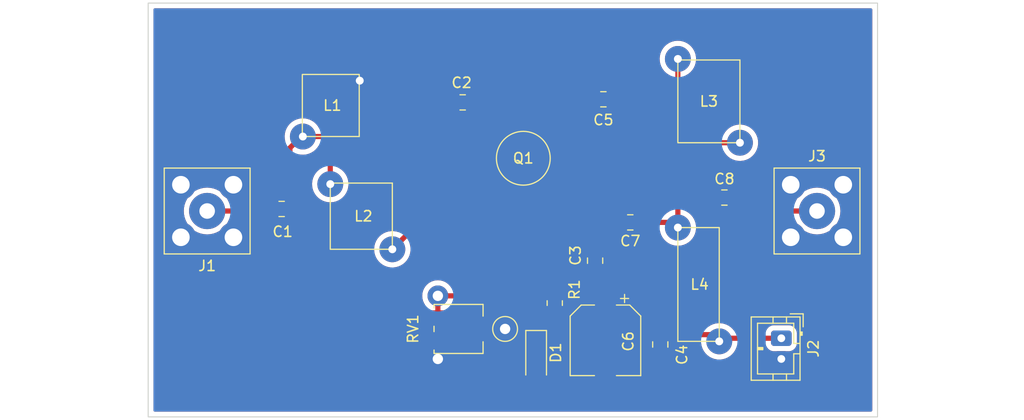
<source format=kicad_pcb>
(kicad_pcb (version 20211014) (generator pcbnew)
  (layers (0 "F.Cu" signal) (31 "B.Cu" signal) (34 "B.Paste" user) (35 "F.Paste" user) (36 "B.SilkS" user "B.Silkscreen") (37 "F.SilkS" user "F.Silkscreen") (38 "B.Mask" user) (39 "F.Mask" user) (44 "Edge.Cuts" user))
  (net 0 "")
  (net 1 "Net-(C1-Pad1)")
  (net 2 "Net-(C1-Pad2)")
  (net 3 "Net-(C2-Pad1)")
  (net 4 "GND")
  (net 5 "Net-(C3-Pad1)")
  (net 6 "+12V")
  (net 7 "Net-(C5-Pad1)")
  (net 8 "Net-(C7-Pad1)")
  (net 9 "Net-(C8-Pad2)")
  (footprint "Capacitor_SMD:C_0805_2012Metric" (layer "F.Cu") (at 159.7 77.2 180)
    (fp_text reference "C5" (at 0 -2) (layer "F.SilkS"))
    (fp_text value "3.9pF")
    (fp_line (start -0.261252 -0.735) (end 0.261252 -0.735) (layer "F.SilkS") (width 0.12))
    (fp_line (start -0.261252 0.735) (end 0.261252 0.735) (layer "F.SilkS") (width 0.12))
    (pad "1" smd roundrect (at -0.95 0 180) (size 1 1.45) (layers "F.Cu" "F.Paste" "F.Mask") (net 7 "Net-(C5-Pad1)"))
    (pad "2" smd roundrect (at 0.95 0 180) (size 1 1.45) (layers "F.Cu" "F.Paste" "F.Mask") (net 4 "GND"))
  )
  (footprint "Connector_Coaxial:SMA_Amphenol_132203-12_Horizontal" (layer "F.Cu") (at 180.35 88 -90)
    (fp_text reference "J3" (at -5.3 0) (layer "F.SilkS"))
    (fp_text value "Conn_01x02_Female")
    (fp_line (start -4.15 -4.15) (end -4.15 4.15) (layer "F.SilkS") (width 0.12))
    (fp_line (start -4.15 4.15) (end 4.15 4.15) (layer "F.SilkS") (width 0.12))
    (fp_line (start 4.15 -4.15) (end 4.15 4.15) (layer "F.SilkS") (width 0.12))
    (fp_line (start -4.15 -4.15) (end 4.15 -4.15) (layer "F.SilkS") (width 0.12))
    (pad "1" thru_hole circle (at 0 0 270) (size 3.5 3.5) (drill 1.5) (layers *.Cu *.Mask) (net 9 "Net-(C8-Pad2)"))
    (pad "2" thru_hole circle (at 2.54 2.54) (size 2.9 2.9) (drill 1.7) (layers *.Cu *.Mask) (net 4 "GND"))
    (pad "2" thru_hole circle (at -2.54 2.54 270) (size 2.9 2.9) (drill 1.7) (layers *.Cu *.Mask) (net 4 "GND"))
    (pad "2" thru_hole circle (at -2.54 -2.54 270) (size 2.9 2.9) (drill 1.7) (layers *.Cu *.Mask) (net 4 "GND"))
    (pad "2" thru_hole circle (at 2.54 -2.54 270) (size 2.9 2.9) (drill 1.7) (layers *.Cu *.Mask) (net 4 "GND"))
  )
  (footprint "Resistor_SMD:R_0805_2012Metric" (layer "F.Cu") (at 155 96.9 90)
    (fp_text reference "R1" (at 1.3 1.9 90) (layer "F.SilkS"))
    (fp_text value "220k")
    (fp_line (start -0.227064 0.735) (end 0.227064 0.735) (layer "F.SilkS") (width 0.12))
    (fp_line (start -0.227064 -0.735) (end 0.227064 -0.735) (layer "F.SilkS") (width 0.12))
    (pad "1" smd roundrect (at -0.9125 0 90) (size 1.025 1.4) (layers "F.Cu" "F.Paste" "F.Mask") (roundrect_rratio 0.243902439) (net 6 "+12V"))
    (pad "2" smd roundrect (at 0.9125 0 90) (size 1.025 1.4) (layers "F.Cu" "F.Paste" "F.Mask") (roundrect_rratio 0.243902439) (net 5 "Net-(C3-Pad1)"))
  )
  (footprint "Induktor_cewki:inductor_horizontal_6mm_5.5" (layer "F.Cu") (at 133.35 77.8 180)
    (fp_text reference "L1" (at -0.15 0 unlocked) (layer "F.SilkS"))
    (fp_text value "40nH")
    (fp_rect (start -2.75 -3) (end 2.75 3) (layer "F.SilkS") (width 0.12) (fill none))
    (pad "1" thru_hole circle (at -2.8 2.4 180) (size 2.5 2.5) (drill 0.762) (layers *.Cu *.Mask) (net 4 "GND"))
    (pad "2" thru_hole circle (at 2.7 -3 180) (size 2.5 2.5) (drill 0.762) (layers *.Cu *.Mask) (net 2 "Net-(C1-Pad2)"))
  )
  (footprint "Package_SMT_TO:TO-50_Long_Pad_SMT" (layer "F.Cu") (at 151.96 83.1)
    (fp_text reference "Q1" (at 0 -0.2 unlocked) (layer "F.SilkS"))
    (fp_text value "BF_964S")
    (fp_circle (center 0 -0.2) (end 0 -2.8) (layer "F.SilkS") (width 0.12) (fill none))
    (pad "1" smd rect (at 8.2 -0.2 270) (size 1.5 10) (layers "F.Cu" "F.Paste" "F.Mask") (net 7 "Net-(C5-Pad1)"))
    (pad "2" smd rect (at 0 -7 270) (size 7 1.5) (layers "F.Cu" "F.Paste" "F.Mask") (net 4 "GND"))
    (pad "3" smd rect (at -6.8 -0.2 270) (size 1.5 7) (layers "F.Cu" "F.Paste" "F.Mask") (net 3 "Net-(C2-Pad1)"))
    (pad "4" smd rect (at 0 6.6 270) (size 7 1.5) (layers "F.Cu" "F.Paste" "F.Mask") (net 5 "Net-(C3-Pad1)"))
  )
  (footprint "Capacitor_SMD:C_0805_2012Metric" (layer "F.Cu") (at 171.4 86.7)
    (fp_text reference "C8" (at 0 -1.8) (layer "F.SilkS"))
    (fp_text value "1nF")
    (fp_line (start -0.261252 0.735) (end 0.261252 0.735) (layer "F.SilkS") (width 0.12))
    (fp_line (start -0.261252 -0.735) (end 0.261252 -0.735) (layer "F.SilkS") (width 0.12))
    (pad "1" smd roundrect (at -0.95 0) (size 1 1.45) (layers "F.Cu" "F.Paste" "F.Mask") (net 8 "Net-(C7-Pad1)"))
    (pad "2" smd roundrect (at 0.95 0) (size 1 1.45) (layers "F.Cu" "F.Paste" "F.Mask") (net 9 "Net-(C8-Pad2)"))
  )
  (footprint "Capacitor_SMD:CP_Elec_6.3x5.9" (layer "F.Cu") (at 159.9 100.5 -90)
    (fp_text reference "C6" (at 0.1 -2.2 -90) (layer "F.SilkS"))
    (fp_text value "47uF")
    (fp_line (start -4.04375 -2.24125) (end -4.04375 -1.45375) (layer "F.SilkS") (width 0.12))
    (fp_line (start -3.41 -2.345563) (end -3.41 -1.06) (layer "F.SilkS") (width 0.12))
    (fp_line (start -2.345563 -3.41) (end 3.41 -3.41) (layer "F.SilkS") (width 0.12))
    (fp_line (start -4.4375 -1.8475) (end -3.65 -1.8475) (layer "F.SilkS") (width 0.12))
    (fp_line (start 3.41 3.41) (end 3.41 1.06) (layer "F.SilkS") (width 0.12))
    (fp_line (start 3.41 -3.41) (end 3.41 -1.06) (layer "F.SilkS") (width 0.12))
    (fp_line (start -3.41 -2.345563) (end -2.345563 -3.41) (layer "F.SilkS") (width 0.12))
    (fp_line (start -2.345563 3.41) (end 3.41 3.41) (layer "F.SilkS") (width 0.12))
    (fp_line (start -3.41 2.345563) (end -2.345563 3.41) (layer "F.SilkS") (width 0.12))
    (fp_line (start -3.41 2.345563) (end -3.41 1.06) (layer "F.SilkS") (width 0.12))
    (pad "1" smd roundrect (at -2.8 0 270) (size 3.5 1.6) (layers "F.Cu" "F.Paste" "F.Mask") (roundrect_rratio 0.15625) (net 6 "+12V"))
    (pad "2" smd roundrect (at 2.8 0 270) (size 3.5 1.6) (layers "F.Cu" "F.Paste" "F.Mask") (roundrect_rratio 0.15625) (net 4 "GND"))
  )
  (footprint "Induktor_cewki:inductor_horizontal_6mm_6.4mm" (layer "F.Cu") (at 136.3 88.5 -90)
    (fp_text reference "L2" (at 0 -0.2 unlocked) (layer "F.SilkS"))
    (fp_text value "60nH")
    (fp_rect (start -3.2 -3) (end 3.2 3) (layer "F.SilkS") (width 0.12) (fill none))
    (pad "1" thru_hole circle (at -3.1 3 270) (size 2.5 2.5) (drill 0.762) (layers *.Cu *.Mask) (net 2 "Net-(C1-Pad2)"))
    (pad "2" thru_hole circle (at 3.2 -3 270) (size 2.5 2.5) (drill 0.762) (layers *.Cu *.Mask) (net 3 "Net-(C2-Pad1)"))
  )
  (footprint "Connector_JST:JST_PH_B2B-PH-K_1x02_P2.00mm_Vertical" (layer "F.Cu") (at 176.9 100.3 -90)
    (fp_text reference "J2" (at 1 -3.1 90) (layer "F.SilkS"))
    (fp_text value "Conn_01x02_Male")
    (fp_line (start 1.5 -1.2) (end 1.5 -1.81) (layer "F.SilkS") (width 0.12))
    (fp_line (start -1.45 2.3) (end 3.45 2.3) (layer "F.SilkS") (width 0.12))
    (fp_line (start 4.06 -1.81) (end -2.06 -1.81) (layer "F.SilkS") (width 0.12))
    (fp_line (start -1.45 -1.2) (end -1.45 2.3) (layer "F.SilkS") (width 0.12))
    (fp_line (start 4.06 0.8) (end 3.45 0.8) (layer "F.SilkS") (width 0.12))
    (fp_line (start 1 2.3) (end 1 1.8) (layer "F.SilkS") (width 0.12))
    (fp_line (start 4.06 2.91) (end 4.06 -1.81) (layer "F.SilkS") (width 0.12))
    (fp_line (start -0.3 -1.81) (end -0.3 -2.01) (layer "F.SilkS") (width 0.12))
    (fp_line (start -2.06 0.8) (end -1.45 0.8) (layer "F.SilkS") (width 0.12))
    (fp_line (start 0.5 -1.2) (end -1.45 -1.2) (layer "F.SilkS") (width 0.12))
    (fp_line (start -0.6 -2.01) (end -0.6 -1.81) (layer "F.SilkS") (width 0.12))
    (fp_line (start 1.1 1.8) (end 1.1 2.3) (layer "F.SilkS") (width 0.12))
    (fp_line (start -2.06 -1.81) (end -2.06 2.91) (layer "F.SilkS") (width 0.12))
    (fp_line (start -2.36 -2.11) (end -2.36 -0.86) (layer "F.SilkS") (width 0.12))
    (fp_line (start 0.9 1.8) (end 1.1 1.8) (layer "F.SilkS") (width 0.12))
    (fp_line (start -1.11 -2.11) (end -2.36 -2.11) (layer "F.SilkS") (width 0.12))
    (fp_line (start 0.5 -1.81) (end 0.5 -1.2) (layer "F.SilkS") (width 0.12))
    (fp_line (start 3.45 -1.2) (end 1.5 -1.2) (layer "F.SilkS") (width 0.12))
    (fp_line (start -2.06 -0.5) (end -1.45 -0.5) (layer "F.SilkS") (width 0.12))
    (fp_line (start -2.06 2.91) (end 4.06 2.91) (layer "F.SilkS") (width 0.12))
    (fp_line (start 3.45 2.3) (end 3.45 -1.2) (layer "F.SilkS") (width 0.12))
    (fp_line (start -0.3 -2.01) (end -0.6 -2.01) (layer "F.SilkS") (width 0.12))
    (fp_line (start -0.3 -1.91) (end -0.6 -1.91) (layer "F.SilkS") (width 0.12))
    (fp_line (start 0.9 2.3) (end 0.9 1.8) (layer "F.SilkS") (width 0.12))
    (fp_line (start 4.06 -0.5) (end 3.45 -0.5) (layer "F.SilkS") (width 0.12))
    (pad "1" thru_hole roundrect (at 0 0 270) (size 1.5 2) (drill 0.75) (layers *.Cu *.Mask) (roundrect_rratio 0.2083333333) (net 6 "+12V"))
    (pad "2" thru_hole oval (at 2 0 270) (size 1.5 2) (drill 0.75) (layers *.Cu *.Mask) (net 4 "GND"))
  )
  (footprint "Connector_Coaxial:SMA_Amphenol_132203-12_Horizontal" (layer "F.Cu") (at 121.4 88 90)
    (fp_text reference "J1" (at -5.3 0) (layer "F.SilkS"))
    (fp_text value "Conn_01x02_Female")
    (fp_line (start -4.15 -4.15) (end 4.15 -4.15) (layer "F.SilkS") (width 0.12))
    (fp_line (start -4.15 -4.15) (end -4.15 4.15) (layer "F.SilkS") (width 0.12))
    (fp_line (start -4.15 4.15) (end 4.15 4.15) (layer "F.SilkS") (width 0.12))
    (fp_line (start 4.15 -4.15) (end 4.15 4.15) (layer "F.SilkS") (width 0.12))
    (pad "1" thru_hole circle (at 0 0 90) (size 3.5 3.5) (drill 1.5) (layers *.Cu *.Mask) (net 1 "Net-(C1-Pad1)"))
    (pad "2" thru_hole circle (at 2.54 -2.54 90) (size 2.9 2.9) (drill 1.7) (layers *.Cu *.Mask) (net 4 "GND"))
    (pad "2" thru_hole circle (at 2.54 2.54 180) (size 2.9 2.9) (drill 1.7) (layers *.Cu *.Mask) (net 4 "GND"))
    (pad "2" thru_hole circle (at -2.54 -2.54 90) (size 2.9 2.9) (drill 1.7) (layers *.Cu *.Mask) (net 4 "GND"))
    (pad "2" thru_hole circle (at -2.54 2.54 90) (size 2.9 2.9) (drill 1.7) (layers *.Cu *.Mask) (net 4 "GND"))
  )
  (footprint "Capacitor_SMD:C_0805_2012Metric" (layer "F.Cu") (at 146.1 77.5)
    (fp_text reference "C2" (at -0.1 -1.9) (layer "F.SilkS"))
    (fp_text value "4.7pF")
    (fp_line (start -0.261252 -0.735) (end 0.261252 -0.735) (layer "F.SilkS") (width 0.12))
    (fp_line (start -0.261252 0.735) (end 0.261252 0.735) (layer "F.SilkS") (width 0.12))
    (pad "1" smd roundrect (at -0.95 0) (size 1 1.45) (layers "F.Cu" "F.Paste" "F.Mask") (net 3 "Net-(C2-Pad1)"))
    (pad "2" smd roundrect (at 0.95 0) (size 1 1.45) (layers "F.Cu" "F.Paste" "F.Mask") (net 4 "GND"))
  )
  (footprint "Capacitor_SMD:C_0805_2012Metric" (layer "F.Cu") (at 165.2 100.9 -90)
    (fp_text reference "C4" (at 1 -2.1 90) (layer "F.SilkS"))
    (fp_text value "1nF")
    (fp_line (start -0.261252 0.735) (end 0.261252 0.735) (layer "F.SilkS") (width 0.12))
    (fp_line (start -0.261252 -0.735) (end 0.261252 -0.735) (layer "F.SilkS") (width 0.12))
    (pad "1" smd roundrect (at -0.95 0 270) (size 1 1.45) (layers "F.Cu" "F.Paste" "F.Mask") (net 6 "+12V"))
    (pad "2" smd roundrect (at 0.95 0 270) (size 1 1.45) (layers "F.Cu" "F.Paste" "F.Mask") (net 4 "GND"))
  )
  (footprint "TestPoint:TestPoint_THTPad_D2.0mm_Drill1.0mm" (layer "F.Cu") (at 150.2 99.4)
    (fp_text reference "REF**" hide)
    (fp_text value "TestPoint_THTPad_D2.0mm_Drill1.0mm")
    (fp_circle (center 0 0) (end 0 1.2) (layer "F.SilkS") (width 0.12) (fill none))
    (pad "1" thru_hole circle (at 0 0) (size 2 2) (drill 1) (layers *.Cu *.Mask) (net 4 "GND"))
  )
  (footprint "" (layer "F.Cu") (at 143.7 96.2)
    (fp_text reference "" (at 0 0) (layer "F.SilkS") (effects (font (size 1.27 1.27))))
    (fp_text value "" (at 0 0) (layer "F.SilkS") (effects (font (size 1.27 1.27))))
    (pad "1" thru_hole circle (at 0 0) (size 2 2) (drill 1) (layers *.Cu *.Mask) (net 5 "Net-(C3-Pad1)"))
  )
  (footprint "Capacitor_SMD:C_0805_2012Metric" (layer "F.Cu") (at 158.9 92.8 90)
    (fp_text reference "C3" (at 0.5 -1.9 90) (layer "F.SilkS"))
    (fp_text value "1nF")
    (fp_line (start -0.261252 0.735) (end 0.261252 0.735) (layer "F.SilkS") (width 0.12))
    (fp_line (start -0.261252 -0.735) (end 0.261252 -0.735) (layer "F.SilkS") (width 0.12))
    (pad "1" smd roundrect (at -0.95 0 90) (size 1 1.45) (layers "F.Cu" "F.Paste" "F.Mask") (net 5 "Net-(C3-Pad1)"))
    (pad "2" smd roundrect (at 0.95 0 90) (size 1 1.45) (layers "F.Cu" "F.Paste" "F.Mask") (net 4 "GND"))
  )
  (footprint "Induktor_cewki:inductor_horizontal_4mm_11mm" (layer "F.Cu") (at 168.9 95.1 90)
    (fp_text reference "L4" (at 0 0.1 unlocked) (layer "F.SilkS"))
    (fp_text value "200nH")
    (fp_rect (start -5.5 -2) (end 5.5 2) (layer "F.SilkS") (width 0.12) (fill none))
    (pad "1" thru_hole circle (at -5.5 2 90) (size 2.5 2.5) (drill 0.762) (layers *.Cu *.Mask) (net 6 "+12V"))
    (pad "2" thru_hole circle (at 5.5 -2 90) (size 2.5 2.5) (drill 0.762) (layers *.Cu *.Mask) (net 8 "Net-(C7-Pad1)"))
  )
  (footprint "Capacitor_SMD:C_0805_2012Metric" (layer "F.Cu") (at 162.3 89.1 180)
    (fp_text reference "C7" (at 0 -1.8) (layer "F.SilkS"))
    (fp_text value "22pF")
    (fp_line (start -0.261252 0.735) (end 0.261252 0.735) (layer "F.SilkS") (width 0.12))
    (fp_line (start -0.261252 -0.735) (end 0.261252 -0.735) (layer "F.SilkS") (width 0.12))
    (pad "1" smd roundrect (at -0.95 0 180) (size 1 1.45) (layers "F.Cu" "F.Paste" "F.Mask") (net 8 "Net-(C7-Pad1)"))
    (pad "2" smd roundrect (at 0.95 0 180) (size 1 1.45) (layers "F.Cu" "F.Paste" "F.Mask") (net 4 "GND"))
  )
  (footprint "Diode_SMD:D_MiniMELF" (layer "F.Cu") (at 153.2 102.1 -90)
    (fp_text reference "D1" (at -0.4 -1.9 90) (layer "F.SilkS"))
    (fp_text value "BZV55-C15,115")
    (fp_line (start -2.55 -1) (end -2.55 1) (layer "F.SilkS") (width 0.12))
    (fp_line (start 1.75 -1) (end -2.55 -1) (layer "F.SilkS") (width 0.12))
    (fp_line (start -2.55 1) (end 1.75 1) (layer "F.SilkS") (width 0.12))
    (pad "1" smd rect (at -1.75 0 270) (size 1.3 1.7) (layers "F.Cu" "F.Paste" "F.Mask") (net 6 "+12V"))
    (pad "2" smd rect (at 1.75 0 270) (size 1.3 1.7) (layers "F.Cu" "F.Paste" "F.Mask") (net 4 "GND"))
  )
  (footprint "Capacitor_SMD:C_0805_2012Metric" (layer "F.Cu") (at 128.6 87.8)
    (fp_text reference "C1" (at 0.1 2.2) (layer "F.SilkS"))
    (fp_text value "22pF")
    (fp_line (start -0.261252 0.735) (end 0.261252 0.735) (layer "F.SilkS") (width 0.12))
    (fp_line (start -0.261252 -0.735) (end 0.261252 -0.735) (layer "F.SilkS") (width 0.12))
    (pad "1" smd roundrect (at -0.95 0) (size 1 1.45) (layers "F.Cu" "F.Paste" "F.Mask") (net 1 "Net-(C1-Pad1)"))
    (pad "2" smd roundrect (at 0.95 0) (size 1 1.45) (layers "F.Cu" "F.Paste" "F.Mask") (net 2 "Net-(C1-Pad2)"))
  )
  (footprint "Potentiometer_SMD:Potentiometer_Bourns_3314J_Vertical" (layer "F.Cu") (at 145.7 99.4 90)
    (fp_text reference "RV1" (at 0 -4.4 90) (layer "F.SilkS"))
    (fp_text value "100k")
    (fp_line (start 2.04 -2.37) (end 2.37 -2.37) (layer "F.SilkS") (width 0.12))
    (fp_line (start 2.37 -2.37) (end 2.37 2.37) (layer "F.SilkS") (width 0.12))
    (fp_line (start -0.259 -2.37) (end 0.26 -2.37) (layer "F.SilkS") (width 0.12))
    (fp_line (start 1.24 2.37) (end 2.37 2.37) (layer "F.SilkS") (width 0.12))
    (fp_line (start -2.37 2.37) (end -1.24 2.37) (layer "F.SilkS") (width 0.12))
    (fp_line (start -2.37 -2.37) (end -2.039 -2.37) (layer "F.SilkS") (width 0.12))
    (fp_line (start -2.37 -2.37) (end -2.37 2.37) (layer "F.SilkS") (width 0.12))
    (pad "1" smd rect (at 1.15 -2 90) (size 1.3 2) (layers "F.Cu" "F.Paste" "F.Mask") (net 5 "Net-(C3-Pad1)"))
    (pad "2" smd rect (at 0 2 90) (size 2 2) (layers "F.Cu" "F.Paste" "F.Mask") (net 4 "GND"))
    (pad "3" smd rect (at -1.15 -2 90) (size 1.3 2) (layers "F.Cu" "F.Paste" "F.Mask") (net 4 "GND"))
  )
  (footprint "" (layer "F.Cu") (at 143.7 102.3)
    (fp_text reference "" (at 0 0) (layer "F.SilkS") (effects (font (size 1.27 1.27))))
    (fp_text value "" (at 0 0) (layer "F.SilkS") (effects (font (size 1.27 1.27))))
    (pad "1" thru_hole circle (at 0 0) (size 2 2) (drill 1) (layers *.Cu *.Mask) (net 4 "GND"))
  )
  (footprint "Induktor_cewki:inductor_horizontal_6mm_8mm" (layer "F.Cu") (at 169.9 77.4 -90)
    (fp_text reference "L3" (at 0 0 unlocked) (layer "F.SilkS"))
    (fp_text value "80nH")
    (fp_rect (start -4 -3) (end 4 3) (layer "F.SilkS") (width 0.12) (fill none))
    (pad "1" thru_hole circle (at -4.1 3 270) (size 2.5 2.5) (drill 0.762) (layers *.Cu *.Mask) (net 7 "Net-(C5-Pad1)"))
    (pad "2" thru_hole circle (at 4 -3 270) (size 2.5 2.5) (drill 0.762) (layers *.Cu *.Mask) (net 8 "Net-(C7-Pad1)"))
  )
  (gr_rect (start 115.7 67.9) (end 186.2 107.9) (layer "Edge.Cuts") (width 0.1) (fill none))
  (segment (start 121.4 88) (end 127.45 88) (width 0.5) (layer "F.Cu") (net 1))
  (segment (start 127.45 88) (end 127.65 87.8) (width 0.5) (layer "F.Cu") (net 1))
  (segment (start 133.3 81.6) (end 132.5 80.8) (width 0.5) (layer "F.Cu") (net 2))
  (segment (start 129.4 81.9) (end 129.4 87.65) (width 0.5) (layer "F.Cu") (net 2))
  (segment (start 129.4 87.65) (end 129.55 87.8) (width 0.5) (layer "F.Cu") (net 2))
  (segment (start 130.65 80.8) (end 130.5 80.8) (width 0.5) (layer "F.Cu") (net 2))
  (segment (start 130.5 80.8) (end 129.4 81.9) (width 0.5) (layer "F.Cu") (net 2))
  (segment (start 132.5 80.8) (end 130.65 80.8) (width 0.5) (layer "F.Cu") (net 2))
  (segment (start 133.3 85.4) (end 133.3 81.6) (width 0.5) (layer "F.Cu") (net 2))
  (segment (start 139.3 91.7) (end 145.16 85.84) (width 0.5) (layer "F.Cu") (net 3))
  (segment (start 145.16 85.84) (end 145.16 82.9) (width 0.5) (layer "F.Cu") (net 3))
  (segment (start 145.16 77.59) (end 145.16 82.9) (width 0.5) (layer "F.Cu") (net 3))
  (segment (start 151.96 94.54) (end 151.96 89.7) (width 0.5) (layer "F.Cu") (net 5))
  (segment (start 155 95.9875) (end 153.4075 95.9875) (width 0.5) (layer "F.Cu") (net 5))
  (segment (start 150.3 96.2) (end 151.96 94.54) (width 0.5) (layer "F.Cu") (net 5))
  (segment (start 155 94.4) (end 155 95.9875) (width 0.5) (layer "F.Cu") (net 5))
  (segment (start 158.9 93.75) (end 155.65 93.75) (width 0.5) (layer "F.Cu") (net 5))
  (segment (start 153.4075 95.9875) (end 151.96 94.54) (width 0.5) (layer "F.Cu") (net 5))
  (segment (start 155.65 93.75) (end 155 94.4) (width 0.5) (layer "F.Cu") (net 5))
  (segment (start 143.7 96.2) (end 150.3 96.2) (width 0.5) (layer "F.Cu") (net 5))
  (segment (start 143.7 96.2) (end 143.7 98.25) (width 0.5) (layer "F.Cu") (net 5))
  (segment (start 153.2 100.35) (end 153.2 98.5) (width 0.5) (layer "F.Cu") (net 6))
  (segment (start 155 97.8125) (end 159.7875 97.8125) (width 0.5) (layer "F.Cu") (net 6))
  (segment (start 159.9 97.7) (end 162.95 97.7) (width 0.5) (layer "F.Cu") (net 6))
  (segment (start 170.9 100.6) (end 170.25 99.95) (width 0.5) (layer "F.Cu") (net 6))
  (segment (start 170.2 99.9) (end 170.9 100.6) (width 0.5) (layer "F.Cu") (net 6))
  (segment (start 170.9 100.6) (end 171.2 100.3) (width 0.5) (layer "F.Cu") (net 6))
  (segment (start 153.2 98.5) (end 153.8875 97.8125) (width 0.5) (layer "F.Cu") (net 6))
  (segment (start 153.8875 97.8125) (end 155 97.8125) (width 0.5) (layer "F.Cu") (net 6))
  (segment (start 171.2 100.3) (end 176.9 100.3) (width 0.5) (layer "F.Cu") (net 6))
  (segment (start 159.7875 97.8125) (end 159.9 97.7) (width 0.5) (layer "F.Cu") (net 6))
  (segment (start 162.95 97.7) (end 165.2 99.95) (width 0.5) (layer "F.Cu") (net 6))
  (segment (start 170.25 99.95) (end 165.2 99.95) (width 0.5) (layer "F.Cu") (net 6))
  (segment (start 163.2 82.1) (end 163.3 82.2) (width 0.5) (layer "F.Cu") (net 7))
  (segment (start 166.9 73.3) (end 166.9 78.6) (width 0.5) (layer "F.Cu") (net 7))
  (segment (start 166.9 78.6) (end 163.3 82.2) (width 0.5) (layer "F.Cu") (net 7))
  (segment (start 163.2 79.75) (end 163.2 82.1) (width 0.5) (layer "F.Cu") (net 7))
  (segment (start 162.6 82.9) (end 160.16 82.9) (width 0.5) (layer "F.Cu") (net 7))
  (segment (start 163.3 82.2) (end 162.6 82.9) (width 0.5) (layer "F.Cu") (net 7))
  (segment (start 160.65 77.2) (end 163.2 79.75) (width 0.5) (layer "F.Cu") (net 7))
  (segment (start 168.6 85.9) (end 169.4 86.7) (width 0.5) (layer "F.Cu") (net 8))
  (segment (start 170 81.4) (end 168.6 82.8) (width 0.5) (layer "F.Cu") (net 8))
  (segment (start 166.9 86.6) (end 166.9 89.6) (width 0.5) (layer "F.Cu") (net 8))
  (segment (start 168.6 85.9) (end 167.6 85.9) (width 0.5) (layer "F.Cu") (net 8))
  (segment (start 167.6 85.9) (end 166.9 86.6) (width 0.5) (layer "F.Cu") (net 8))
  (segment (start 166.4 89.1) (end 166.9 89.6) (width 0.5) (layer "F.Cu") (net 8))
  (segment (start 168.6 82.8) (end 168.6 85.9) (width 0.5) (layer "F.Cu") (net 8))
  (segment (start 172.9 81.4) (end 170 81.4) (width 0.5) (layer "F.Cu") (net 8))
  (segment (start 169.4 86.7) (end 170.45 86.7) (width 0.5) (layer "F.Cu") (net 8))
  (segment (start 163.25 89.1) (end 166.4 89.1) (width 0.5) (layer "F.Cu") (net 8))
  (segment (start 173.8 86.7) (end 172.35 86.7) (width 0.5) (layer "F.Cu") (net 9))
  (segment (start 180.35 88) (end 175.1 88) (width 0.5) (layer "F.Cu") (net 9))
  (segment (start 175.1 88) (end 173.8 86.7) (width 0.5) (layer "F.Cu") (net 9))
  (zone (net 4) (net_name "GND") (layers F&B.Cu) (connect_pads yes (clearance 0.508)) (min_thickness 0.254) (fill yes (thermal_gap 0.508) (thermal_bridge_width 0.508) (smoothing fillet))
    (polygon (pts (xy 186.896271 67.698067) (xy 186.995567 108.198783) (xy 115 108.203441) (xy 115.00047 67.602725)))
  )
)
</source>
